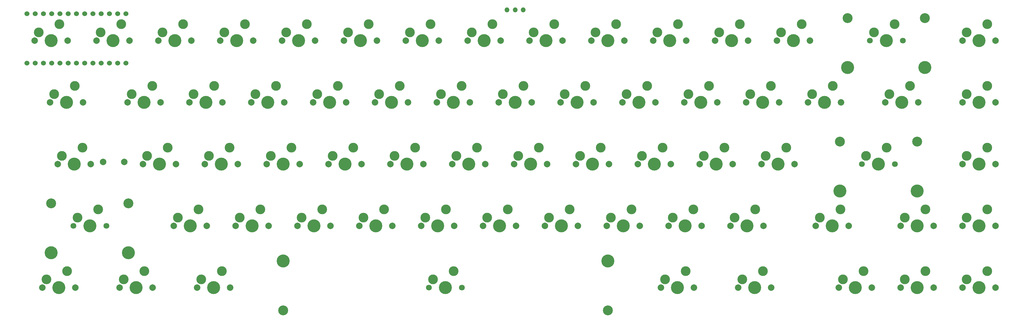
<source format=gts>
G04 #@! TF.GenerationSoftware,KiCad,Pcbnew,(5.1.4)-1*
G04 #@! TF.CreationDate,2021-12-30T21:43:56+09:00*
G04 #@! TF.ProjectId,gl65,676c3635-2e6b-4696-9361-645f70636258,rev?*
G04 #@! TF.SameCoordinates,Original*
G04 #@! TF.FileFunction,Soldermask,Top*
G04 #@! TF.FilePolarity,Negative*
%FSLAX46Y46*%
G04 Gerber Fmt 4.6, Leading zero omitted, Abs format (unit mm)*
G04 Created by KiCad (PCBNEW (5.1.4)-1) date 2021-12-30 21:43:56*
%MOMM*%
%LPD*%
G04 APERTURE LIST*
%ADD10C,2.000000*%
%ADD11C,4.000000*%
%ADD12C,3.000000*%
%ADD13C,1.524000*%
%ADD14C,3.050000*%
%ADD15C,1.800000*%
%ADD16O,1.500000X1.500000*%
G04 APERTURE END LIST*
D10*
X104457500Y-85725000D03*
X114617500Y-85725000D03*
D11*
X109537500Y-85725000D03*
D12*
X112077500Y-80645000D03*
X105727500Y-83185000D03*
X43815000Y-26035000D03*
X50165000Y-23495000D03*
D11*
X47625000Y-28575000D03*
D10*
X52705000Y-28575000D03*
X42545000Y-28575000D03*
D12*
X29527500Y-45085000D03*
X35877500Y-42545000D03*
D11*
X33337500Y-47625000D03*
D10*
X38417500Y-47625000D03*
X28257500Y-47625000D03*
D12*
X24765000Y-26035000D03*
X31115000Y-23495000D03*
D11*
X28575000Y-28575000D03*
D10*
X33655000Y-28575000D03*
X23495000Y-28575000D03*
X309245000Y-28575000D03*
X319405000Y-28575000D03*
D11*
X314325000Y-28575000D03*
D12*
X316865000Y-23495000D03*
X310515000Y-26035000D03*
D13*
X49026750Y-35488600D03*
X46486750Y-35488600D03*
X43946750Y-35488600D03*
X41406750Y-35488600D03*
X38866750Y-35488600D03*
X36326750Y-35488600D03*
X33786750Y-35488600D03*
X31246750Y-35488600D03*
X28706750Y-35488600D03*
X26166750Y-35488600D03*
X23626750Y-35488600D03*
X21086750Y-35488600D03*
X21086750Y-20268600D03*
X23626750Y-20268600D03*
X26166750Y-20268600D03*
X28706750Y-20268600D03*
X31246750Y-20268600D03*
X33786750Y-20268600D03*
X36326750Y-20268600D03*
X38866750Y-20268600D03*
X41406750Y-20268600D03*
X43946750Y-20268600D03*
X46486750Y-20268600D03*
X49026750Y-20268600D03*
X51566750Y-20268600D03*
X51566750Y-35488600D03*
D10*
X51070000Y-65980000D03*
X44570000Y-65980000D03*
X309245000Y-104775000D03*
X319405000Y-104775000D03*
D11*
X314325000Y-104775000D03*
D12*
X316865000Y-99695000D03*
X310515000Y-102235000D03*
D10*
X290195000Y-104775000D03*
X300355000Y-104775000D03*
D11*
X295275000Y-104775000D03*
D12*
X297815000Y-99695000D03*
X291465000Y-102235000D03*
D10*
X271145000Y-104775000D03*
X281305000Y-104775000D03*
D11*
X276225000Y-104775000D03*
D12*
X278765000Y-99695000D03*
X272415000Y-102235000D03*
D10*
X240188750Y-104775000D03*
X250348750Y-104775000D03*
D11*
X245268750Y-104775000D03*
D12*
X247808750Y-99695000D03*
X241458750Y-102235000D03*
D10*
X216376250Y-104775000D03*
X226536250Y-104775000D03*
D11*
X221456250Y-104775000D03*
D12*
X223996250Y-99695000D03*
X217646250Y-102235000D03*
D11*
X200028750Y-96535000D03*
X100008750Y-96535000D03*
D14*
X100008750Y-111775000D03*
X200028750Y-111775000D03*
D12*
X152558750Y-99695000D03*
D11*
X150018750Y-104775000D03*
D15*
X155098750Y-104775000D03*
X144938750Y-104775000D03*
D12*
X146208750Y-102235000D03*
D10*
X73501250Y-104775000D03*
X83661250Y-104775000D03*
D11*
X78581250Y-104775000D03*
D12*
X81121250Y-99695000D03*
X74771250Y-102235000D03*
D10*
X49688750Y-104775000D03*
X59848750Y-104775000D03*
D11*
X54768750Y-104775000D03*
D12*
X57308750Y-99695000D03*
X50958750Y-102235000D03*
D10*
X25876250Y-104775000D03*
X36036250Y-104775000D03*
D11*
X30956250Y-104775000D03*
D12*
X33496250Y-99695000D03*
X27146250Y-102235000D03*
D10*
X309245000Y-85725000D03*
X319405000Y-85725000D03*
D11*
X314325000Y-85725000D03*
D12*
X316865000Y-80645000D03*
X310515000Y-83185000D03*
D10*
X290195000Y-85725000D03*
X300355000Y-85725000D03*
D11*
X295275000Y-85725000D03*
D12*
X297815000Y-80645000D03*
X291465000Y-83185000D03*
X265271250Y-83185000D03*
X271621250Y-80645000D03*
D11*
X269081250Y-85725000D03*
D10*
X274161250Y-85725000D03*
X264001250Y-85725000D03*
X237807500Y-85725000D03*
X247967500Y-85725000D03*
D11*
X242887500Y-85725000D03*
D12*
X245427500Y-80645000D03*
X239077500Y-83185000D03*
D10*
X218757500Y-85725000D03*
X228917500Y-85725000D03*
D11*
X223837500Y-85725000D03*
D12*
X226377500Y-80645000D03*
X220027500Y-83185000D03*
D10*
X199707500Y-85725000D03*
X209867500Y-85725000D03*
D11*
X204787500Y-85725000D03*
D12*
X207327500Y-80645000D03*
X200977500Y-83185000D03*
D10*
X180657500Y-85725000D03*
X190817500Y-85725000D03*
D11*
X185737500Y-85725000D03*
D12*
X188277500Y-80645000D03*
X181927500Y-83185000D03*
D10*
X161607500Y-85725000D03*
X171767500Y-85725000D03*
D11*
X166687500Y-85725000D03*
D12*
X169227500Y-80645000D03*
X162877500Y-83185000D03*
D10*
X142557500Y-85725000D03*
X152717500Y-85725000D03*
D11*
X147637500Y-85725000D03*
D12*
X150177500Y-80645000D03*
X143827500Y-83185000D03*
D10*
X123507500Y-85725000D03*
X133667500Y-85725000D03*
D11*
X128587500Y-85725000D03*
D12*
X131127500Y-80645000D03*
X124777500Y-83185000D03*
D10*
X85407500Y-85725000D03*
X95567500Y-85725000D03*
D11*
X90487500Y-85725000D03*
D12*
X93027500Y-80645000D03*
X86677500Y-83185000D03*
D10*
X66357500Y-85725000D03*
X76517500Y-85725000D03*
D11*
X71437500Y-85725000D03*
D12*
X73977500Y-80645000D03*
X67627500Y-83185000D03*
X36671250Y-83185000D03*
D15*
X35401250Y-85725000D03*
X45561250Y-85725000D03*
D11*
X40481250Y-85725000D03*
D12*
X43021250Y-80645000D03*
D14*
X28581250Y-78725000D03*
X52381250Y-78725000D03*
D11*
X52381250Y-93965000D03*
X28581250Y-93965000D03*
D10*
X309245000Y-66675000D03*
X319405000Y-66675000D03*
D11*
X314325000Y-66675000D03*
D12*
X316865000Y-61595000D03*
X310515000Y-64135000D03*
X279558750Y-64135000D03*
D15*
X278288750Y-66675000D03*
X288448750Y-66675000D03*
D11*
X283368750Y-66675000D03*
D12*
X285908750Y-61595000D03*
D14*
X271468750Y-59675000D03*
X295268750Y-59675000D03*
D11*
X295268750Y-74915000D03*
X271468750Y-74915000D03*
D10*
X247332500Y-66675000D03*
X257492500Y-66675000D03*
D11*
X252412500Y-66675000D03*
D12*
X254952500Y-61595000D03*
X248602500Y-64135000D03*
D10*
X228282500Y-66675000D03*
X238442500Y-66675000D03*
D11*
X233362500Y-66675000D03*
D12*
X235902500Y-61595000D03*
X229552500Y-64135000D03*
D10*
X209232500Y-66675000D03*
X219392500Y-66675000D03*
D11*
X214312500Y-66675000D03*
D12*
X216852500Y-61595000D03*
X210502500Y-64135000D03*
D10*
X190182500Y-66675000D03*
X200342500Y-66675000D03*
D11*
X195262500Y-66675000D03*
D12*
X197802500Y-61595000D03*
X191452500Y-64135000D03*
D10*
X171132500Y-66675000D03*
X181292500Y-66675000D03*
D11*
X176212500Y-66675000D03*
D12*
X178752500Y-61595000D03*
X172402500Y-64135000D03*
D10*
X152082500Y-66675000D03*
X162242500Y-66675000D03*
D11*
X157162500Y-66675000D03*
D12*
X159702500Y-61595000D03*
X153352500Y-64135000D03*
D10*
X133032500Y-66675000D03*
X143192500Y-66675000D03*
D11*
X138112500Y-66675000D03*
D12*
X140652500Y-61595000D03*
X134302500Y-64135000D03*
D10*
X113982500Y-66675000D03*
X124142500Y-66675000D03*
D11*
X119062500Y-66675000D03*
D12*
X121602500Y-61595000D03*
X115252500Y-64135000D03*
D10*
X94932500Y-66675000D03*
X105092500Y-66675000D03*
D11*
X100012500Y-66675000D03*
D12*
X102552500Y-61595000D03*
X96202500Y-64135000D03*
D10*
X75882500Y-66675000D03*
X86042500Y-66675000D03*
D11*
X80962500Y-66675000D03*
D12*
X83502500Y-61595000D03*
X77152500Y-64135000D03*
D10*
X56832500Y-66675000D03*
X66992500Y-66675000D03*
D11*
X61912500Y-66675000D03*
D12*
X64452500Y-61595000D03*
X58102500Y-64135000D03*
X31908750Y-64135000D03*
X38258750Y-61595000D03*
D11*
X35718750Y-66675000D03*
D10*
X40798750Y-66675000D03*
X30638750Y-66675000D03*
X309245000Y-47625000D03*
X319405000Y-47625000D03*
D11*
X314325000Y-47625000D03*
D12*
X316865000Y-42545000D03*
X310515000Y-45085000D03*
X286702500Y-45085000D03*
X293052500Y-42545000D03*
D11*
X290512500Y-47625000D03*
D10*
X295592500Y-47625000D03*
X285432500Y-47625000D03*
X261620000Y-47625000D03*
X271780000Y-47625000D03*
D11*
X266700000Y-47625000D03*
D12*
X269240000Y-42545000D03*
X262890000Y-45085000D03*
D10*
X242570000Y-47625000D03*
X252730000Y-47625000D03*
D11*
X247650000Y-47625000D03*
D12*
X250190000Y-42545000D03*
X243840000Y-45085000D03*
D10*
X223520000Y-47625000D03*
X233680000Y-47625000D03*
D11*
X228600000Y-47625000D03*
D12*
X231140000Y-42545000D03*
X224790000Y-45085000D03*
D10*
X204470000Y-47625000D03*
X214630000Y-47625000D03*
D11*
X209550000Y-47625000D03*
D12*
X212090000Y-42545000D03*
X205740000Y-45085000D03*
D10*
X185420000Y-47625000D03*
X195580000Y-47625000D03*
D11*
X190500000Y-47625000D03*
D12*
X193040000Y-42545000D03*
X186690000Y-45085000D03*
D10*
X166370000Y-47625000D03*
X176530000Y-47625000D03*
D11*
X171450000Y-47625000D03*
D12*
X173990000Y-42545000D03*
X167640000Y-45085000D03*
D10*
X147320000Y-47625000D03*
X157480000Y-47625000D03*
D11*
X152400000Y-47625000D03*
D12*
X154940000Y-42545000D03*
X148590000Y-45085000D03*
D10*
X128270000Y-47625000D03*
X138430000Y-47625000D03*
D11*
X133350000Y-47625000D03*
D12*
X135890000Y-42545000D03*
X129540000Y-45085000D03*
D10*
X109220000Y-47625000D03*
X119380000Y-47625000D03*
D11*
X114300000Y-47625000D03*
D12*
X116840000Y-42545000D03*
X110490000Y-45085000D03*
D10*
X90170000Y-47625000D03*
X100330000Y-47625000D03*
D11*
X95250000Y-47625000D03*
D12*
X97790000Y-42545000D03*
X91440000Y-45085000D03*
D10*
X71120000Y-47625000D03*
X81280000Y-47625000D03*
D11*
X76200000Y-47625000D03*
D12*
X78740000Y-42545000D03*
X72390000Y-45085000D03*
D10*
X52070000Y-47625000D03*
X62230000Y-47625000D03*
D11*
X57150000Y-47625000D03*
D12*
X59690000Y-42545000D03*
X53340000Y-45085000D03*
D11*
X273850000Y-36815000D03*
X297650000Y-36815000D03*
D14*
X297650000Y-21575000D03*
X273850000Y-21575000D03*
D12*
X288290000Y-23495000D03*
D11*
X285750000Y-28575000D03*
D15*
X290830000Y-28575000D03*
X280670000Y-28575000D03*
D12*
X281940000Y-26035000D03*
D10*
X252095000Y-28575000D03*
X262255000Y-28575000D03*
D11*
X257175000Y-28575000D03*
D12*
X259715000Y-23495000D03*
X253365000Y-26035000D03*
D10*
X233045000Y-28575000D03*
X243205000Y-28575000D03*
D11*
X238125000Y-28575000D03*
D12*
X240665000Y-23495000D03*
X234315000Y-26035000D03*
D10*
X213995000Y-28575000D03*
X224155000Y-28575000D03*
D11*
X219075000Y-28575000D03*
D12*
X221615000Y-23495000D03*
X215265000Y-26035000D03*
D10*
X194945000Y-28575000D03*
X205105000Y-28575000D03*
D11*
X200025000Y-28575000D03*
D12*
X202565000Y-23495000D03*
X196215000Y-26035000D03*
D10*
X175895000Y-28575000D03*
X186055000Y-28575000D03*
D11*
X180975000Y-28575000D03*
D12*
X183515000Y-23495000D03*
X177165000Y-26035000D03*
D10*
X156845000Y-28575000D03*
X167005000Y-28575000D03*
D11*
X161925000Y-28575000D03*
D12*
X164465000Y-23495000D03*
X158115000Y-26035000D03*
D10*
X137795000Y-28575000D03*
X147955000Y-28575000D03*
D11*
X142875000Y-28575000D03*
D12*
X145415000Y-23495000D03*
X139065000Y-26035000D03*
D10*
X118745000Y-28575000D03*
X128905000Y-28575000D03*
D11*
X123825000Y-28575000D03*
D12*
X126365000Y-23495000D03*
X120015000Y-26035000D03*
D10*
X99695000Y-28575000D03*
X109855000Y-28575000D03*
D11*
X104775000Y-28575000D03*
D12*
X107315000Y-23495000D03*
X100965000Y-26035000D03*
D10*
X80645000Y-28575000D03*
X90805000Y-28575000D03*
D11*
X85725000Y-28575000D03*
D12*
X88265000Y-23495000D03*
X81915000Y-26035000D03*
D10*
X61595000Y-28575000D03*
X71755000Y-28575000D03*
D11*
X66675000Y-28575000D03*
D12*
X69215000Y-23495000D03*
X62865000Y-26035000D03*
D16*
X168950000Y-19100000D03*
X171450000Y-19100000D03*
X173950000Y-19100000D03*
M02*

</source>
